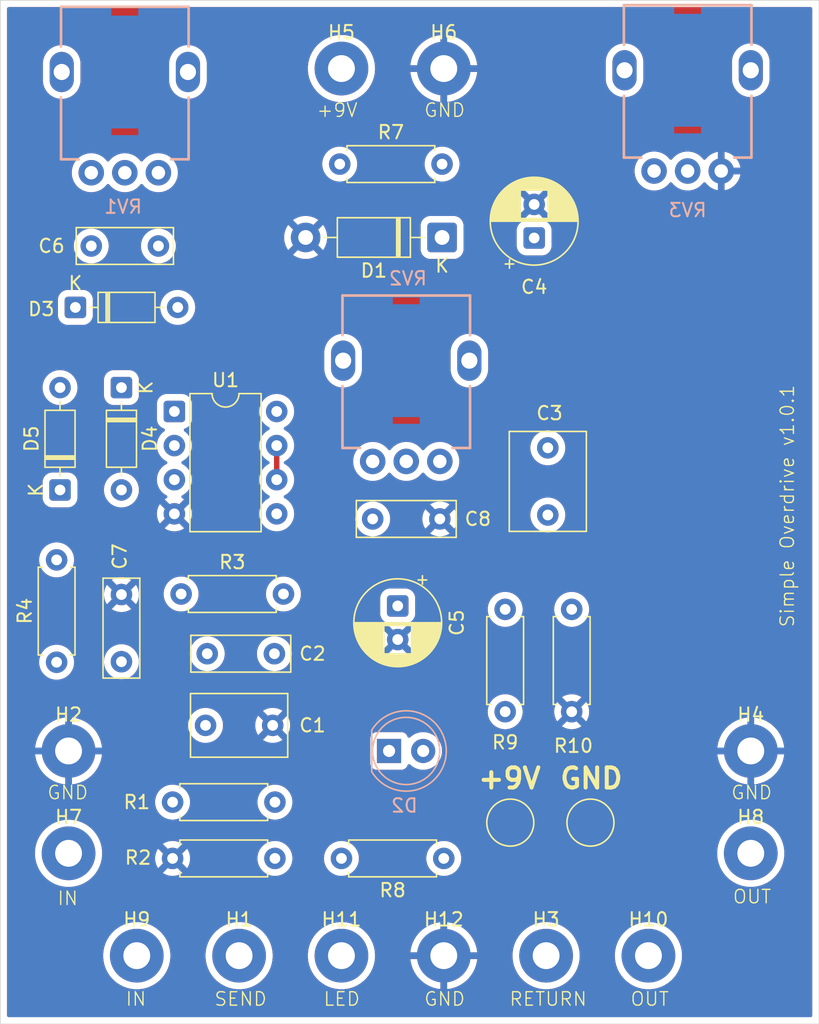
<source format=kicad_pcb>
(kicad_pcb (version 20241229) (generator "pcbnew") (generator_version "9.0")
  (layers (0 "F.Cu" signal) (2 "B.Cu" signal) (13 "F.Paste" user) (15 "B.Paste" user) (5 "F.SilkS" user "F.Silkscreen") (7 "B.SilkS" user "B.Silkscreen") (1 "F.Mask" user) (3 "B.Mask" user) (25 "Edge.Cuts" user))
  (net 0 "")
  (net 1 "Net-(C1-Pad1)")
  (net 2 "GND")
  (net 3 "Net-(U1A-+)")
  (net 4 "Net-(D3-K)")
  (net 5 "Net-(C3-Pad2)")
  (net 6 "+9V")
  (net 7 "Net-(U1B-+)")
  (net 8 "Net-(D3-A)")
  (net 9 "Net-(C7-Pad2)")
  (net 10 "Net-(C8-Pad2)")
  (net 11 "Net-(D2-K)")
  (net 12 "Net-(D4-A)")
  (net 13 "Net-(H1-Pad1)")
  (net 14 "Net-(H3-Pad1)")
  (net 15 "Net-(H5-Pad1)")
  (net 16 "Net-(H7-Pad1)")
  (net 17 "Net-(H10-Pad1)")
  (net 18 "Net-(H11-Pad1)")
  (net 20 "Net-(RV2-Pad3)")
  (net 21 "Net-(U1B--)")
  (footprint "Wampler:PAD_4MM" (layer "F.Cu") (at 25.4 17.78)
    (property "Reference" "H5" (at 0 -2.7 0) (layer "F.SilkS"))
    (property "Value" "9V")
    (pad "1" thru_hole circle (at 0 0) (size 4 4) (drill 2) (layers "*.Cu" "*.Mask") (net 15 "Net-(H5-Pad1)"))
  )
  (footprint "Wampler:PAD_4MM" (layer "F.Cu") (at 10.16 83.82)
    (property "Reference" "H9" (at 0 -2.7 0) (layer "F.SilkS"))
    (property "Value" "SW_IN")
    (pad "1" thru_hole circle (at 0 0) (size 4 4) (drill 2) (layers "*.Cu" "*.Mask") (net 16 "Net-(H7-Pad1)"))
  )
  (footprint "Resistor_THT:R_Axial_DIN0207_L6.3mm_D2.5mm_P7.62mm_Horizontal" (layer "F.Cu") (at 37.592 58.039 -90)
    (property "Reference" "R9" (at 9.906 0 180) (layer "F.SilkS"))
    (property "Value" "100k")
    (pad "1" thru_hole circle (at 0 0 270) (size 1.6 1.6) (drill 0.8) (layers "*.Cu" "*.Mask") (net 7 "Net-(U1B-+)"))
    (pad "2" thru_hole circle (at 7.62 0 270) (size 1.6 1.6) (drill 0.8) (layers "*.Cu" "*.Mask") (net 6 "+9V"))
  )
  (footprint "TestPoint:TestPoint_Pad_D3.0mm" (layer "F.Cu") (at 37.973 73.914)
    (property "Reference" "REF**" (hide yes))
    (property "Value" "TestPoint_Pad_D3.0mm")
    (pad "1" smd circle (at 0 0) (size 3 3) (layers "F.Cu" "F.Mask") (net 6 "+9V"))
  )
  (footprint "Wampler:PAD_4MM" (layer "F.Cu") (at 55.88 68.58)
    (property "Reference" "H4" (at 0 -2.7 0) (layer "F.SilkS"))
    (property "Value" "GND")
    (pad "1" thru_hole circle (at 0 0) (size 4 4) (drill 2) (layers "*.Cu" "*.Mask") (net 2 "GND"))
  )
  (footprint "Wampler:PAD_4MM" (layer "F.Cu") (at 25.4 83.82)
    (property "Reference" "H11" (at 0 -2.7 0) (layer "F.SilkS"))
    (property "Value" "SW_LED")
    (pad "1" thru_hole circle (at 0 0) (size 4 4) (drill 2) (layers "*.Cu" "*.Mask") (net 18 "Net-(H11-Pad1)"))
  )
  (footprint "Capacitor_THT:CP_Radial_D6.3mm_P2.50mm" (layer "F.Cu") (at 39.751 30.392379 90)
    (property "Reference" "C4" (at -3.643621 0 180) (layer "F.SilkS"))
    (property "Value" "100u 35V")
    (pad "1" thru_hole roundrect (at 0 0 90) (size 1.6 1.6) (drill 0.8) (layers "*.Cu" "*.Mask") (roundrect_rratio 0.15625) (net 6 "+9V"))
    (pad "2" thru_hole circle (at 2.5 0 90) (size 1.6 1.6) (drill 0.8) (layers "*.Cu" "*.Mask") (net 2 "GND"))
  )
  (footprint "Capacitor_THT:C_Rect_L7.2mm_W5.5mm_P5.00mm_FKS2_FKP2_MKS2_MKP2" (layer "F.Cu") (at 40.767 46.014 -90)
    (property "Reference" "C3" (at -2.58 -0.127 180) (layer "F.SilkS"))
    (property "Value" "1u")
    (pad "1" thru_hole circle (at 0 0 270) (size 1.6 1.6) (drill 0.8) (layers "*.Cu" "*.Mask") (net 4 "Net-(D3-K)"))
    (pad "2" thru_hole circle (at 5 0 270) (size 1.6 1.6) (drill 0.8) (layers "*.Cu" "*.Mask") (net 5 "Net-(C3-Pad2)"))
  )
  (footprint "Resistor_THT:R_Axial_DIN0207_L6.3mm_D2.5mm_P7.62mm_Horizontal" (layer "F.Cu") (at 20.447 76.581 180)
    (property "Reference" "R2" (at 10.195033 0.054388 0) (layer "F.SilkS"))
    (property "Value" "1M")
    (pad "1" thru_hole circle (at 0 0 180) (size 1.6 1.6) (drill 0.8) (layers "*.Cu" "*.Mask") (net 13 "Net-(H1-Pad1)"))
    (pad "2" thru_hole circle (at 7.62 0 180) (size 1.6 1.6) (drill 0.8) (layers "*.Cu" "*.Mask") (net 2 "GND"))
  )
  (footprint "Wampler:PAD_4MM" (layer "F.Cu") (at 55.88 76.2)
    (property "Reference" "H8" (at 0 -2.7 0) (layer "F.SilkS"))
    (property "Value" "OUT")
    (pad "1" thru_hole circle (at 0 0) (size 4 4) (drill 2) (layers "*.Cu" "*.Mask") (net 17 "Net-(H10-Pad1)"))
  )
  (footprint "Wampler:PAD_4MM" (layer "F.Cu") (at 33.02 17.78)
    (property "Reference" "H6" (at 0 -2.7 0) (layer "F.SilkS"))
    (property "Value" "GND")
    (pad "1" thru_hole circle (at 0 0) (size 4 4) (drill 2) (layers "*.Cu" "*.Mask") (net 2 "GND"))
  )
  (footprint "Wampler:PAD_4MM" (layer "F.Cu") (at 33.02 83.82)
    (property "Reference" "H12" (at 0 -2.7 0) (layer "F.SilkS"))
    (property "Value" "SW_GND")
    (pad "1" thru_hole circle (at 0 0) (size 4 4) (drill 2) (layers "*.Cu" "*.Mask") (net 2 "GND"))
  )
  (footprint "Resistor_THT:R_Axial_DIN0207_L6.3mm_D2.5mm_P7.62mm_Horizontal" (layer "F.Cu") (at 20.447 72.39 180)
    (property "Reference" "R1" (at 10.287 0 0) (layer "F.SilkS"))
    (property "Value" "1k")
    (pad "1" thru_hole circle (at 0 0 180) (size 1.6 1.6) (drill 0.8) (layers "*.Cu" "*.Mask") (net 13 "Net-(H1-Pad1)"))
    (pad "2" thru_hole circle (at 7.62 0 180) (size 1.6 1.6) (drill 0.8) (layers "*.Cu" "*.Mask") (net 1 "Net-(C1-Pad1)"))
  )
  (footprint "Package_DIP:DIP-8_W7.62mm" (layer "F.Cu") (at 12.959 43.307)
    (property "Reference" "U1" (at 3.81 -2.33 0) (layer "F.SilkS"))
    (property "Value" "TL072")
    (pad "1" thru_hole roundrect (at 0 0) (size 1.6 1.6) (drill 0.8) (layers "*.Cu" "*.Mask") (roundrect_rratio 0.15625) (net 4 "Net-(D3-K)"))
    (pad "2" thru_hole circle (at 0 2.54) (size 1.6 1.6) (drill 0.8) (layers "*.Cu" "*.Mask") (net 8 "Net-(D3-A)"))
    (pad "3" thru_hole circle (at 0 5.08) (size 1.6 1.6) (drill 0.8) (layers "*.Cu" "*.Mask") (net 3 "Net-(U1A-+)"))
    (pad "4" thru_hole circle (at 0 7.62) (size 1.6 1.6) (drill 0.8) (layers "*.Cu" "*.Mask") (net 2 "GND"))
    (pad "5" thru_hole circle (at 7.62 7.62) (size 1.6 1.6) (drill 0.8) (layers "*.Cu" "*.Mask") (net 7 "Net-(U1B-+)"))
    (pad "6" thru_hole circle (at 7.62 5.08) (size 1.6 1.6) (drill 0.8) (layers "*.Cu" "*.Mask") (net 21 "Net-(U1B--)"))
    (pad "7" thru_hole circle (at 7.62 2.54) (size 1.6 1.6) (drill 0.8) (layers "*.Cu" "*.Mask") (net 21 "Net-(U1B--)"))
    (pad "8" thru_hole circle (at 7.62 0) (size 1.6 1.6) (drill 0.8) (layers "*.Cu" "*.Mask") (net 6 "+9V"))
  )
  (footprint "TestPoint:TestPoint_Pad_D3.0mm" (layer "F.Cu") (at 43.942 73.914)
    (property "Reference" "REF**" (hide yes))
    (property "Value" "TestPoint_Pad_D3.0mm")
    (pad "1" smd circle (at 0 0) (size 3 3) (layers "F.Cu" "F.Mask") (net 2 "GND"))
  )
  (footprint "Capacitor_THT:C_Rect_L7.2mm_W2.5mm_P5.00mm_FKS2_FKP2_MKS2_MKP2" (layer "F.Cu") (at 32.726 51.308 180)
    (property "Reference" "C8" (at -2.834 0 0) (layer "F.SilkS"))
    (property "Value" "22n")
    (pad "1" thru_hole circle (at 0 0 180) (size 1.6 1.6) (drill 0.8) (layers "*.Cu" "*.Mask") (net 2 "GND"))
    (pad "2" thru_hole circle (at 5 0 180) (size 1.6 1.6) (drill 0.8) (layers "*.Cu" "*.Mask") (net 10 "Net-(C8-Pad2)"))
  )
  (footprint "Diode_THT:D_DO-35_SOD27_P7.62mm_Horizontal" (layer "F.Cu") (at 4.445 49.149 90)
    (property "Reference" "D5" (at 3.81 -2.12 90) (layer "F.SilkS"))
    (property "Value" "1N4148")
    (fp_text user "K" (at 0 -1.8 90) (layer "F.SilkS"))
    (pad "1" thru_hole roundrect (at 0 0 90) (size 1.6 1.6) (drill 0.8) (layers "*.Cu" "*.Mask") (roundrect_rratio 0.15625) (net 12 "Net-(D4-A)"))
    (pad "2" thru_hole circle (at 7.62 0 90) (size 1.6 1.6) (drill 0.8) (layers "*.Cu" "*.Mask") (net 4 "Net-(D3-K)"))
  )
  (footprint "Resistor_THT:R_Axial_DIN0207_L6.3mm_D2.5mm_P7.62mm_Horizontal" (layer "F.Cu") (at 33.02 76.581 180)
    (property "Reference" "R8" (at 3.81 -2.37 0) (layer "F.SilkS"))
    (property "Value" "1k")
    (pad "1" thru_hole circle (at 0 0 180) (size 1.6 1.6) (drill 0.8) (layers "*.Cu" "*.Mask") (net 11 "Net-(D2-K)"))
    (pad "2" thru_hole circle (at 7.62 0 180) (size 1.6 1.6) (drill 0.8) (layers "*.Cu" "*.Mask") (net 18 "Net-(H11-Pad1)"))
  )
  (footprint "Diode_THT:D_DO-35_SOD27_P7.62mm_Horizontal" (layer "F.Cu") (at 5.588 35.56)
    (property "Reference" "D3" (at -2.54 0.127 0) (layer "F.SilkS"))
    (property "Value" "1N4148")
    (fp_text user "K" (at 0 -1.8 0) (layer "F.SilkS"))
    (pad "1" thru_hole roundrect (at 0 0) (size 1.6 1.6) (drill 0.8) (layers "*.Cu" "*.Mask") (roundrect_rratio 0.15625) (net 4 "Net-(D3-K)"))
    (pad "2" thru_hole circle (at 7.62 0) (size 1.6 1.6) (drill 0.8) (layers "*.Cu" "*.Mask") (net 8 "Net-(D3-A)"))
  )
  (footprint "Capacitor_THT:C_Rect_L7.0mm_W4.5mm_P5.00mm" (layer "F.Cu") (at 15.28 66.675)
    (property "Reference" "C1" (at 7.961 0 0) (layer "F.SilkS"))
    (property "Value" "100p")
    (pad "1" thru_hole circle (at 0 0) (size 1.6 1.6) (drill 0.8) (layers "*.Cu" "*.Mask") (net 1 "Net-(C1-Pad1)"))
    (pad "2" thru_hole circle (at 5 0) (size 1.6 1.6) (drill 0.8) (layers "*.Cu" "*.Mask") (net 2 "GND"))
  )
  (footprint "Resistor_THT:R_Axial_DIN0207_L6.3mm_D2.5mm_P7.62mm_Horizontal" (layer "F.Cu") (at 25.273 24.892)
    (property "Reference" "R7" (at 3.81 -2.37 0) (layer "F.SilkS"))
    (property "Value" "10R")
    (pad "1" thru_hole circle (at 0 0) (size 1.6 1.6) (drill 0.8) (layers "*.Cu" "*.Mask") (net 15 "Net-(H5-Pad1)"))
    (pad "2" thru_hole circle (at 7.62 0) (size 1.6 1.6) (drill 0.8) (layers "*.Cu" "*.Mask") (net 6 "+9V"))
  )
  (footprint "Wampler:PAD_4MM" (layer "F.Cu") (at 17.78 83.82)
    (property "Reference" "H1" (at 0 -2.7 0) (layer "F.SilkS"))
    (property "Value" "SW_SEND")
    (pad "1" thru_hole circle (at 0 0) (size 4 4) (drill 2) (layers "*.Cu" "*.Mask") (net 13 "Net-(H1-Pad1)"))
  )
  (footprint "Resistor_THT:R_Axial_DIN0207_L6.3mm_D2.5mm_P7.62mm_Horizontal" (layer "F.Cu") (at 42.545 65.659 90)
    (property "Reference" "R10" (at -2.54 0.127 180) (layer "F.SilkS"))
    (property "Value" "100k")
    (pad "1" thru_hole circle (at 0 0 90) (size 1.6 1.6) (drill 0.8) (layers "*.Cu" "*.Mask") (net 2 "GND"))
    (pad "2" thru_hole circle (at 7.62 0 90) (size 1.6 1.6) (drill 0.8) (layers "*.Cu" "*.Mask") (net 7 "Net-(U1B-+)"))
  )
  (footprint "Wampler:PAD_4MM" (layer "F.Cu") (at 5.08 68.58)
    (property "Reference" "H2" (at 0 -2.7 0) (layer "F.SilkS"))
    (property "Value" "GND")
    (pad "1" thru_hole circle (at 0 0) (size 4 4) (drill 2) (layers "*.Cu" "*.Mask") (net 2 "GND"))
  )
  (footprint "Diode_THT:D_DO-35_SOD27_P7.62mm_Horizontal" (layer "F.Cu") (at 9.017 41.529 -90)
    (property "Reference" "D4" (at 3.81 -2.12 90) (layer "F.SilkS"))
    (property "Value" "1N4148")
    (fp_text user "K" (at 0 -1.8 90) (layer "F.SilkS"))
    (pad "1" thru_hole roundrect (at 0 0 270) (size 1.6 1.6) (drill 0.8) (layers "*.Cu" "*.Mask") (roundrect_rratio 0.15625) (net 8 "Net-(D3-A)"))
    (pad "2" thru_hole circle (at 7.62 0 270) (size 1.6 1.6) (drill 0.8) (layers "*.Cu" "*.Mask") (net 12 "Net-(D4-A)"))
  )
  (footprint "Wampler:PAD_4MM" (layer "F.Cu") (at 5.08 76.2)
    (property "Reference" "H7" (at 0 -2.7 0) (layer "F.SilkS"))
    (property "Value" "IN")
    (pad "1" thru_hole circle (at 0 0) (size 4 4) (drill 2) (layers "*.Cu" "*.Mask") (net 16 "Net-(H7-Pad1)"))
  )
  (footprint "Diode_THT:D_DO-41_SOD81_P10.16mm_Horizontal" (layer "F.Cu") (at 32.893 30.353 180)
    (property "Reference" "D1" (at 5.08 -2.47 0) (layer "F.SilkS"))
    (property "Value" "1N4001")
    (fp_text user "K" (at 0 -2.1 0) (layer "F.SilkS"))
    (pad "1" thru_hole roundrect (at 0 0 180) (size 2.2 2.2) (drill 1.1) (layers "*.Cu" "*.Mask") (roundrect_rratio 0.113636) (net 6 "+9V"))
    (pad "2" thru_hole circle (at 10.16 0 180) (size 2.2 2.2) (drill 1.1) (layers "*.Cu" "*.Mask") (net 2 "GND"))
  )
  (footprint "Resistor_THT:R_Axial_DIN0207_L6.3mm_D2.5mm_P7.62mm_Horizontal" (layer "F.Cu") (at 4.191 61.976 90)
    (property "Reference" "R4" (at 3.81 -2.37 90) (layer "F.SilkS"))
    (property "Value" "4.7k")
    (pad "1" thru_hole circle (at 0 0 90) (size 1.6 1.6) (drill 0.8) (layers "*.Cu" "*.Mask") (net 9 "Net-(C7-Pad2)"))
    (pad "2" thru_hole circle (at 7.62 0 90) (size 1.6 1.6) (drill 0.8) (layers "*.Cu" "*.Mask") (net 8 "Net-(D3-A)"))
  )
  (footprint "Wampler:PAD_4MM" (layer "F.Cu") (at 40.64 83.82)
    (property "Reference" "H3" (at 0 -2.7 0) (layer "F.SilkS"))
    (property "Value" "SW_RETURN")
    (pad "1" thru_hole circle (at 0 0) (size 4 4) (drill 2) (layers "*.Cu" "*.Mask") (net 14 "Net-(H3-Pad1)"))
  )
  (footprint "Capacitor_THT:C_Rect_L7.2mm_W2.5mm_P5.00mm_FKS2_FKP2_MKS2_MKP2" (layer "F.Cu") (at 9.017 56.936 -90)
    (property "Reference" "C7" (at -2.834 0.127 90) (layer "F.SilkS"))
    (property "Value" "220n")
    (pad "1" thru_hole circle (at 0 0 270) (size 1.6 1.6) (drill 0.8) (layers "*.Cu" "*.Mask") (net 2 "GND"))
    (pad "2" thru_hole circle (at 5 0 270) (size 1.6 1.6) (drill 0.8) (layers "*.Cu" "*.Mask") (net 9 "Net-(C7-Pad2)"))
  )
  (footprint "Capacitor_THT:CP_Radial_D6.3mm_P2.50mm" (layer "F.Cu") (at 29.591 57.785 -90)
    (property "Reference" "C5" (at 1.25 -4.4 90) (layer "F.SilkS"))
    (property "Value" "100u 35V")
    (pad "1" thru_hole roundrect (at 0 0 270) (size 1.6 1.6) (drill 0.8) (layers "*.Cu" "*.Mask") (roundrect_rratio 0.15625) (net 7 "Net-(U1B-+)"))
    (pad "2" thru_hole circle (at 2.5 0 270) (size 1.6 1.6) (drill 0.8) (layers "*.Cu" "*.Mask") (net 2 "GND"))
  )
  (footprint "Capacitor_THT:C_Rect_L7.0mm_W2.5mm_P5.00mm" (layer "F.Cu") (at 11.771 30.988 180)
    (property "Reference" "C6" (at 7.961 0 0) (layer "F.SilkS"))
    (property "Value" "47p")
    (pad "1" thru_hole circle (at 0 0 180) (size 1.6 1.6) (drill 0.8) (layers "*.Cu" "*.Mask") (net 8 "Net-(D3-A)"))
    (pad "2" thru_hole circle (at 5 0 180) (size 1.6 1.6) (drill 0.8) (layers "*.Cu" "*.Mask") (net 4 "Net-(D3-K)"))
  )
  (footprint "Resistor_THT:R_Axial_DIN0207_L6.3mm_D2.5mm_P7.62mm_Horizontal" (layer "F.Cu") (at 13.462 56.896)
    (property "Reference" "R3" (at 3.81 -2.37 0) (layer "F.SilkS"))
    (property "Value" "1M")
    (pad "1" thru_hole circle (at 0 0) (size 1.6 1.6) (drill 0.8) (layers "*.Cu" "*.Mask") (net 3 "Net-(U1A-+)"))
    (pad "2" thru_hole circle (at 7.62 0) (size 1.6 1.6) (drill 0.8) (layers "*.Cu" "*.Mask") (net 7 "Net-(U1B-+)"))
  )
  (footprint "Capacitor_THT:C_Rect_L7.2mm_W2.5mm_P5.00mm_FKS2_FKP2_MKS2_MKP2" (layer "F.Cu") (at 20.407 61.341 180)
    (property "Reference" "C2" (at -2.834 0 0) (layer "F.SilkS"))
    (property "Value" "22n")
    (pad "1" thru_hole circle (at 0 0 180) (size 1.6 1.6) (drill 0.8) (layers "*.Cu" "*.Mask") (net 1 "Net-(C1-Pad1)"))
    (pad "2" thru_hole circle (at 5 0 180) (size 1.6 1.6) (drill 0.8) (layers "*.Cu" "*.Mask") (net 3 "Net-(U1A-+)"))
  )
  (footprint "Wampler:PAD_4MM" (layer "F.Cu") (at 48.26 83.82)
    (property "Reference" "H10" (at 0 -2.7 0) (layer "F.SilkS"))
    (property "Value" "SW_OUT")
    (pad "1" thru_hole circle (at 0 0) (size 4 4) (drill 2) (layers "*.Cu" "*.Mask") (net 17 "Net-(H10-Pad1)"))
  )
  (footprint "Wampler:POT_9MM_RA" (layer "B.Cu") (at 30.226 39.525 180)
    (property "Reference" "RV2" (at -0.127 6.124 0) (layer "B.SilkS") (effects (justify mirror)))
    (property "Value" "B10k")
    (pad "1" thru_hole circle (at -2.5 -7.5 180) (size 1.9 1.9) (drill 1) (layers "*.Cu" "*.Mask") (net 5 "Net-(C3-Pad2)"))
    (pad "2" thru_hole circle (at 0 -7.5 180) (size 1.9 1.9) (drill 1) (layers "*.Cu" "*.Mask") (net 10 "Net-(C8-Pad2)"))
    (pad "3" thru_hole circle (at 2.5 -7.5 180) (size 1.9 1.9) (drill 1) (layers "*.Cu" "*.Mask") (net 20 "Net-(RV2-Pad3)"))
    (pad "4" thru_hole oval (at -4.7 0 180) (size 1.8 3) (drill 1.2) (layers "*.Cu" "*.Mask"))
    (pad "5" thru_hole oval (at 4.7 0 180) (size 1.8 3) (drill 1.2) (layers "*.Cu" "*.Mask"))
    (zone (net 0) (net_name "") (layer "B.Cu") (connect_pads (clearance 0)) (min_thickness 0.25)
      (keepout (tracks not_allowed) (vias not_allowed) (pads not_allowed) (copperpour not_allowed) (footprints allowed))
      (fill (thermal_gap 0.5) (thermal_bridge_width 0.5))
      (polygon (pts (xy 31.226 34.825) (xy 29.226 34.825) (xy 29.226 35.325) (xy 31.226 35.325)))
    )
    (zone (net 0) (net_name "") (layer "B.Cu") (connect_pads (clearance 0)) (min_thickness 0.25)
      (keepout (tracks not_allowed) (vias not_allowed) (pads not_allowed) (copperpour not_allowed) (footprints allowed))
      (fill (thermal_gap 0.5) (thermal_bridge_width 0.5))
      (polygon (pts (xy 31.226 43.725) (xy 29.226 43.725) (xy 29.226 44.225) (xy 31.226 44.225)))
    )
  )
  (footprint "LED_THT:LED_D5.0mm" (layer "B.Cu") (at 28.946 68.58)
    (property "Reference" "D2" (at 1.143 4.064 0) (layer "B.SilkS") (effects (justify mirror)))
    (property "Value" "LED")
    (pad "1" thru_hole rect (at 0 0) (size 1.8 1.8) (drill 0.9) (layers "*.Cu" "*.Mask") (net 11 "Net-(D2-K)"))
    (pad "2" thru_hole circle (at 2.54 0) (size 1.8 1.8) (drill 0.9) (layers "*.Cu" "*.Mask") (net 6 "+9V"))
  )
  (footprint "Wampler:POT_9MM_RA" (layer "B.Cu") (at 9.27 18.034 180)
    (property "Reference" "RV1" (at 0.126 -10.033 0) (layer "B.SilkS") (effects (justify mirror)))
    (property "Value" "A500k")
    (pad "1" thru_hole circle (at -2.5 -7.5 180) (size 1.9 1.9) (drill 1) (layers "*.Cu" "*.Mask") (net 8 "Net-(D3-A)"))
    (pad "2" thru_hole circle (at 0 -7.5 180) (size 1.9 1.9) (drill 1) (layers "*.Cu" "*.Mask") (net 4 "Net-(D3-K)"))
    (pad "3" thru_hole circle (at 2.5 -7.5 180) (size 1.9 1.9) (drill 1) (layers "*.Cu" "*.Mask"))
    (pad "4" thru_hole oval (at -4.7 0 180) (size 1.8 3) (drill 1.2) (layers "*.Cu" "*.Mask"))
    (pad "5" thru_hole oval (at 4.7 0 180) (size 1.8 3) (drill 1.2) (layers "*.Cu" "*.Mask"))
    (zone (net 0) (net_name "") (layer "B.Cu") (connect_pads (clearance 0)) (min_thickness 0.25)
      (keepout (tracks not_allowed) (vias not_allowed) (pads not_allowed) (copperpour not_allowed) (footprints allowed))
      (fill (thermal_gap 0.5) (thermal_bridge_width 0.5))
      (polygon (pts (xy 10.27 13.334) (xy 8.27 13.334) (xy 8.27 13.834) (xy 10.27 13.834)))
    )
    (zone (net 0) (net_name "") (layer "B.Cu") (connect_pads (clearance 0)) (min_thickness 0.25)
      (keepout (tracks not_allowed) (vias not_allowed) (pads not_allowed) (copperpour not_allowed) (footprints allowed))
      (fill (thermal_gap 0.5) (thermal_bridge_width 0.5))
      (polygon (pts (xy 10.27 22.234) (xy 8.27 22.234) (xy 8.27 22.734) (xy 10.27 22.734)))
    )
  )
  (footprint "Wampler:POT_9MM_RA" (layer "B.Cu") (at 51.18 17.907 180)
    (property "Reference" "RV3" (at 0 -10.414 0) (layer "B.SilkS") (effects (justify mirror)))
    (property "Value" "A100k")
    (pad "1" thru_hole circle (at -2.5 -7.5 180) (size 1.9 1.9) (drill 1) (layers "*.Cu" "*.Mask") (net 2 "GND"))
    (pad "2" thru_hole circle (at 0 -7.5 180) (size 1.9 1.9) (drill 1) (layers "*.Cu" "*.Mask") (net 14 "Net-(H3-Pad1)"))
    (pad "3" thru_hole circle (at 2.5 -7.5 180) (size 1.9 1.9) (drill 1) (layers "*.Cu" "*.Mask") (net 20 "Net-(RV2-Pad3)"))
    (pad "4" thru_hole oval (at -4.7 0 180) (size 1.8 3) (drill 1.2) (layers "*.Cu" "*.Mask"))
    (pad "5" thru_hole oval (at 4.7 0 180) (size 1.8 3) (drill 1.2) (layers "*.Cu" "*.Mask"))
    (zone (net 0) (net_name "") (layer "B.Cu") (connect_pads (clearance 0)) (min_thickness 0.25)
      (keepout (tracks not_allowed) (vias not_allowed) (pads not_allowed) (copperpour not_allowed) (footprints allowed))
      (fill (thermal_gap 0.5) (thermal_bridge_width 0.5))
      (polygon (pts (xy 52.18 13.207) (xy 50.18 13.207) (xy 50.18 13.707) (xy 52.18 13.707)))
    )
    (zone (net 0) (net_name "") (layer "B.Cu") (connect_pads (clearance 0)) (min_thickness 0.25)
      (keepout (tracks not_allowed) (vias not_allowed) (pads not_allowed) (copperpour not_allowed) (footprints allowed))
      (fill (thermal_gap 0.5) (thermal_bridge_width 0.5))
      (polygon (pts (xy 52.18 22.107) (xy 50.18 22.107) (xy 50.18 22.607) (xy 52.18 22.607)))
    )
  )
  (gr_line (start 0 12.7) (end 60.96 12.7) (stroke (width 0.05)) (layer "Edge.Cuts"))
  (gr_line (start 60.96 88.9) (end 0 88.9) (stroke (width 0.05)) (layer "Edge.Cuts"))
  (gr_line (start 60.96 12.7) (end 60.96 88.9) (stroke (width 0.05)) (layer "Edge.Cuts"))
  (gr_line (start 0 88.9) (end 0 12.7) (stroke (width 0.05)) (layer "Edge.Cuts"))
  (gr_text "+9V" (at 23.495 21.463 0) (layer "F.SilkS") (effects (font (size 1 1) (thickness 0.1)) (justify left bottom)))
  (gr_text "SEND" (at 15.875 87.63 0) (layer "F.SilkS") (effects (font (size 1 1) (thickness 0.1)) (justify left bottom)))
  (gr_text "GND" (at 41.529 71.501 0) (layer "F.SilkS") (effects (font (size 1.5 1.5) (thickness 0.3) (bold yes)) (justify left bottom)))
  (gr_text "Simple Overdrive v1.0.1" (at 59.182 59.436 90) (layer "F.SilkS") (effects (font (size 1 1) (thickness 0.1)) (justify left bottom)))
  (gr_text "IN" (at 4.191 80.137 0) (layer "F.SilkS") (effects (font (size 1 1) (thickness 0.1)) (justify left bottom)))
  (gr_text "+9V" (at 35.433 71.501 0) (layer "F.SilkS") (effects (font (size 1.5 1.5) (thickness 0.3) (bold yes)) (justify left bottom)))
  (gr_text "GND" (at 31.496 87.63 0) (layer "F.SilkS") (effects (font (size 1 1) (thickness 0.1)) (justify left bottom)))
  (gr_text "LED" (at 24.003 87.63 0) (layer "F.SilkS") (effects (font (size 1 1) (thickness 0.1)) (justify left bottom)))
  (gr_text "IN" (at 9.271 87.63 0) (layer "F.SilkS") (effects (font (size 1 1) (thickness 0.1)) (justify left bottom)))
  (gr_text "GND" (at 3.429 72.263 0) (layer "F.SilkS") (effects (font (size 1 1) (thickness 0.1)) (justify left bottom)))
  (gr_text "GND" (at 31.496 21.463 0) (layer "F.SilkS") (effects (font (size 1 1) (thickness 0.1)) (justify left bottom)))
  (gr_text "RETURN" (at 37.846 87.63 0) (layer "F.SilkS") (effects (font (size 1 1) (thickness 0.1)) (justify left bottom)))
  (gr_text "GND" (at 54.356 72.263 0) (layer "F.SilkS") (effects (font (size 1 1) (thickness 0.1)) (justify left bottom)))
  (gr_text "OUT" (at 46.863 87.63 0) (layer "F.SilkS") (effects (font (size 1 1) (thickness 0.1)) (justify left bottom)))
  (gr_text "OUT" (at 54.483 80.01 0) (layer "F.SilkS") (effects (font (size 1 1) (thickness 0.1)) (justify left bottom)))
  (segment (start 20.579 45.847) (end 20.579 48.387) (width 0.4064) (layer "F.Cu") (net 21))
  (zone (net 2) (net_name "GND") (layers "F.Cu" "B.Cu") (connect_pads (clearance 0.5)) (min_thickness 0.25) (fill yes (thermal_gap 0.5) (thermal_bridge_width 0.5))
    (polygon (pts (xy 0 12.7) (xy 60.96 12.7) (xy 60.96 88.9) (xy 0 88.9)))
  )
)
</source>
